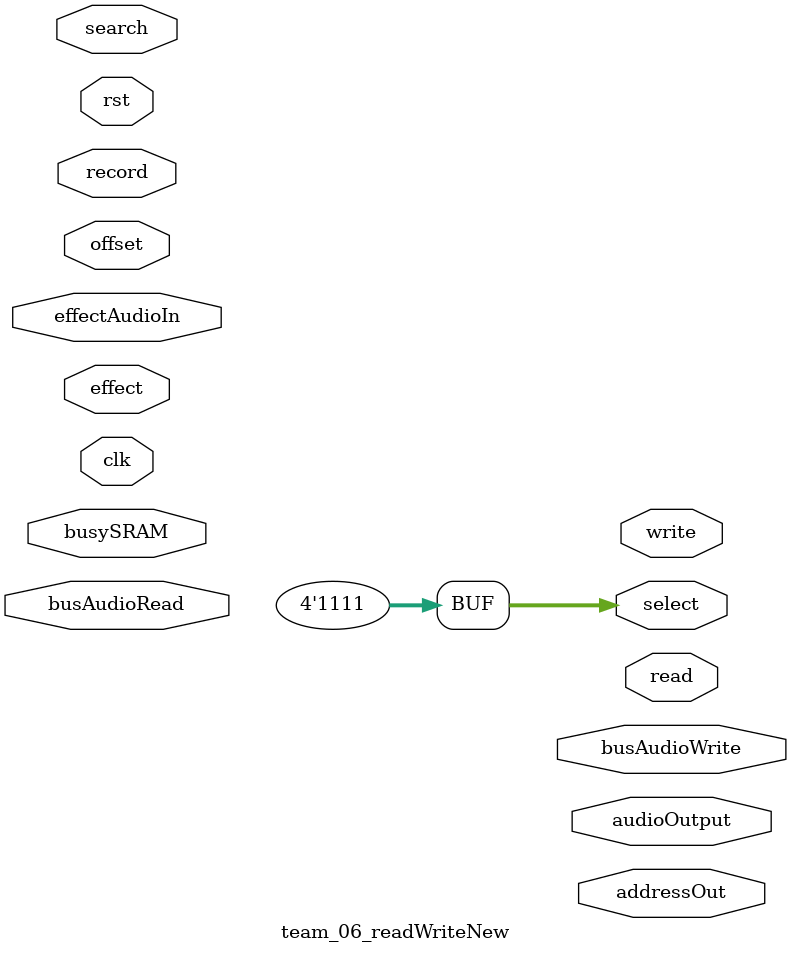
<source format=sv>
module team_06_readWriteNew (
    input logic clk, rst,
    input logic [31:0] busAudioRead, // The data that is coming from the SRAM bus (only valid when not busy)
    input logic [12:0] offset, // How many samples into the past are you going (0 is current, all 1s is the oldest)
    input logic [7:0] effectAudioIn, // The audio coming in from the audio effect module for storage
    input logic search, // Audio effects module telling the read write module it is time to read from SRAM
    input logic record, // Audio effects module telling the read write module it is time to write effectAudioIn to SRAM
    input logic effect, // This is needed so that when the effect changes, we stop reading from SRAM and wait till it has all been overwritten
    input logic busySRAM, // This comes from SRAM when it is not done reading or writing
    output logic [31:0] busAudioWrite, // This is what you want to write to SRAM
    output logic [31:0] addressOut, // goes to SRAM, where we want to write in memory
    output logic [7:0] audioOutput, // the audio output that goes to the audio effects module
    output logic [3:0] select, // goes to SRAM, which bytes we want in the four byte word (we always want all of them for efficency)
    output logic write, // When we are physically reading from memory
    output logic read // When we are physically writing from memory 
);

// SRAM STATE MACHINE - IDLE is when you are not reading or writing, READPROCESS / WRITEPROCESS is when you are doing the processing
// but not actually reading or writing to SRAM, READ/WRITE is when you begin reading/writing, and BUSY is when you are waiting for SRAM

typedef enum logic [2:0] {IDLE, READ, READPROCESS, WRITE, WRITEPROCESS, BUSY} state_SRAM;
state_SRAM sram, sram_n;
logic sramOld;

assign select = 4'b1111;

always_ff @(posedge clk, posedge rst) begin
    if (rst) begin
        sram <= IDLE;
        sramOld <= 0;
    end else begin
        sram <= sram_n;
        sramOld <= busySRAM;
    end
end

always_comb begin
    case (sram)
        IDLE:  
        begin
            if (record) begin // record command from audio effects 
                sram_n = WRITEPROCESS;
            end else if (search && goodData) begin // search command from audio effects. While in modeReset, you are unable to read
                sram_n = READPROCESS;
            end else begin
                sram_n = IDLE;
            end
        end
    endcase
end

endmodule
</source>
